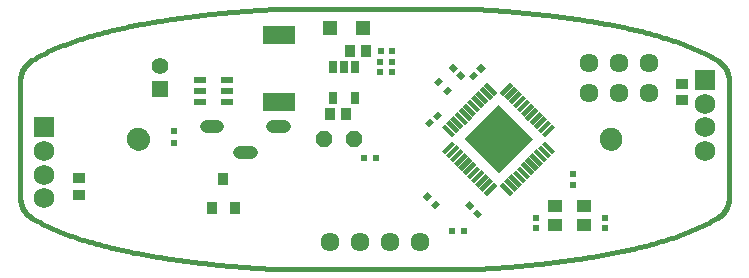
<source format=gbs>
G75*
%MOIN*%
%OFA0B0*%
%FSLAX25Y25*%
%IPPOS*%
%LPD*%
%AMOC8*
5,1,8,0,0,1.08239X$1,22.5*
%
%ADD10C,0.00000*%
%ADD11C,0.07487*%
%ADD12C,0.01575*%
%ADD13R,0.03550X0.04337*%
%ADD14R,0.05550X0.05550*%
%ADD15C,0.05550*%
%ADD16R,0.02565X0.04337*%
%ADD17R,0.05124X0.05124*%
%ADD18R,0.02369X0.01975*%
%ADD19R,0.01975X0.02369*%
%ADD20C,0.06337*%
%ADD21R,0.05124X0.04337*%
%ADD22R,0.04337X0.03550*%
%ADD23R,0.16148X0.16148*%
%ADD24R,0.04823X0.01575*%
%ADD25OC8,0.05600*%
%ADD26R,0.10636X0.05912*%
%ADD27C,0.04369*%
%ADD28R,0.04400X0.02400*%
%ADD29R,0.06900X0.06900*%
%ADD30C,0.06900*%
D10*
X0076997Y0064792D02*
X0076999Y0064910D01*
X0077005Y0065029D01*
X0077015Y0065147D01*
X0077029Y0065264D01*
X0077046Y0065381D01*
X0077068Y0065498D01*
X0077094Y0065613D01*
X0077123Y0065728D01*
X0077156Y0065842D01*
X0077193Y0065954D01*
X0077234Y0066065D01*
X0077278Y0066175D01*
X0077326Y0066283D01*
X0077378Y0066390D01*
X0077433Y0066495D01*
X0077492Y0066598D01*
X0077554Y0066698D01*
X0077619Y0066797D01*
X0077688Y0066894D01*
X0077759Y0066988D01*
X0077834Y0067079D01*
X0077912Y0067169D01*
X0077993Y0067255D01*
X0078077Y0067339D01*
X0078163Y0067420D01*
X0078253Y0067498D01*
X0078344Y0067573D01*
X0078438Y0067644D01*
X0078535Y0067713D01*
X0078634Y0067778D01*
X0078734Y0067840D01*
X0078837Y0067899D01*
X0078942Y0067954D01*
X0079049Y0068006D01*
X0079157Y0068054D01*
X0079267Y0068098D01*
X0079378Y0068139D01*
X0079490Y0068176D01*
X0079604Y0068209D01*
X0079719Y0068238D01*
X0079834Y0068264D01*
X0079951Y0068286D01*
X0080068Y0068303D01*
X0080185Y0068317D01*
X0080303Y0068327D01*
X0080422Y0068333D01*
X0080540Y0068335D01*
X0080658Y0068333D01*
X0080777Y0068327D01*
X0080895Y0068317D01*
X0081012Y0068303D01*
X0081129Y0068286D01*
X0081246Y0068264D01*
X0081361Y0068238D01*
X0081476Y0068209D01*
X0081590Y0068176D01*
X0081702Y0068139D01*
X0081813Y0068098D01*
X0081923Y0068054D01*
X0082031Y0068006D01*
X0082138Y0067954D01*
X0082243Y0067899D01*
X0082346Y0067840D01*
X0082446Y0067778D01*
X0082545Y0067713D01*
X0082642Y0067644D01*
X0082736Y0067573D01*
X0082827Y0067498D01*
X0082917Y0067420D01*
X0083003Y0067339D01*
X0083087Y0067255D01*
X0083168Y0067169D01*
X0083246Y0067079D01*
X0083321Y0066988D01*
X0083392Y0066894D01*
X0083461Y0066797D01*
X0083526Y0066698D01*
X0083588Y0066598D01*
X0083647Y0066495D01*
X0083702Y0066390D01*
X0083754Y0066283D01*
X0083802Y0066175D01*
X0083846Y0066065D01*
X0083887Y0065954D01*
X0083924Y0065842D01*
X0083957Y0065728D01*
X0083986Y0065613D01*
X0084012Y0065498D01*
X0084034Y0065381D01*
X0084051Y0065264D01*
X0084065Y0065147D01*
X0084075Y0065029D01*
X0084081Y0064910D01*
X0084083Y0064792D01*
X0084081Y0064674D01*
X0084075Y0064555D01*
X0084065Y0064437D01*
X0084051Y0064320D01*
X0084034Y0064203D01*
X0084012Y0064086D01*
X0083986Y0063971D01*
X0083957Y0063856D01*
X0083924Y0063742D01*
X0083887Y0063630D01*
X0083846Y0063519D01*
X0083802Y0063409D01*
X0083754Y0063301D01*
X0083702Y0063194D01*
X0083647Y0063089D01*
X0083588Y0062986D01*
X0083526Y0062886D01*
X0083461Y0062787D01*
X0083392Y0062690D01*
X0083321Y0062596D01*
X0083246Y0062505D01*
X0083168Y0062415D01*
X0083087Y0062329D01*
X0083003Y0062245D01*
X0082917Y0062164D01*
X0082827Y0062086D01*
X0082736Y0062011D01*
X0082642Y0061940D01*
X0082545Y0061871D01*
X0082446Y0061806D01*
X0082346Y0061744D01*
X0082243Y0061685D01*
X0082138Y0061630D01*
X0082031Y0061578D01*
X0081923Y0061530D01*
X0081813Y0061486D01*
X0081702Y0061445D01*
X0081590Y0061408D01*
X0081476Y0061375D01*
X0081361Y0061346D01*
X0081246Y0061320D01*
X0081129Y0061298D01*
X0081012Y0061281D01*
X0080895Y0061267D01*
X0080777Y0061257D01*
X0080658Y0061251D01*
X0080540Y0061249D01*
X0080422Y0061251D01*
X0080303Y0061257D01*
X0080185Y0061267D01*
X0080068Y0061281D01*
X0079951Y0061298D01*
X0079834Y0061320D01*
X0079719Y0061346D01*
X0079604Y0061375D01*
X0079490Y0061408D01*
X0079378Y0061445D01*
X0079267Y0061486D01*
X0079157Y0061530D01*
X0079049Y0061578D01*
X0078942Y0061630D01*
X0078837Y0061685D01*
X0078734Y0061744D01*
X0078634Y0061806D01*
X0078535Y0061871D01*
X0078438Y0061940D01*
X0078344Y0062011D01*
X0078253Y0062086D01*
X0078163Y0062164D01*
X0078077Y0062245D01*
X0077993Y0062329D01*
X0077912Y0062415D01*
X0077834Y0062505D01*
X0077759Y0062596D01*
X0077688Y0062690D01*
X0077619Y0062787D01*
X0077554Y0062886D01*
X0077492Y0062986D01*
X0077433Y0063089D01*
X0077378Y0063194D01*
X0077326Y0063301D01*
X0077278Y0063409D01*
X0077234Y0063519D01*
X0077193Y0063630D01*
X0077156Y0063742D01*
X0077123Y0063856D01*
X0077094Y0063971D01*
X0077068Y0064086D01*
X0077046Y0064203D01*
X0077029Y0064320D01*
X0077015Y0064437D01*
X0077005Y0064555D01*
X0076999Y0064674D01*
X0076997Y0064792D01*
X0234477Y0064792D02*
X0234479Y0064910D01*
X0234485Y0065029D01*
X0234495Y0065147D01*
X0234509Y0065264D01*
X0234526Y0065381D01*
X0234548Y0065498D01*
X0234574Y0065613D01*
X0234603Y0065728D01*
X0234636Y0065842D01*
X0234673Y0065954D01*
X0234714Y0066065D01*
X0234758Y0066175D01*
X0234806Y0066283D01*
X0234858Y0066390D01*
X0234913Y0066495D01*
X0234972Y0066598D01*
X0235034Y0066698D01*
X0235099Y0066797D01*
X0235168Y0066894D01*
X0235239Y0066988D01*
X0235314Y0067079D01*
X0235392Y0067169D01*
X0235473Y0067255D01*
X0235557Y0067339D01*
X0235643Y0067420D01*
X0235733Y0067498D01*
X0235824Y0067573D01*
X0235918Y0067644D01*
X0236015Y0067713D01*
X0236114Y0067778D01*
X0236214Y0067840D01*
X0236317Y0067899D01*
X0236422Y0067954D01*
X0236529Y0068006D01*
X0236637Y0068054D01*
X0236747Y0068098D01*
X0236858Y0068139D01*
X0236970Y0068176D01*
X0237084Y0068209D01*
X0237199Y0068238D01*
X0237314Y0068264D01*
X0237431Y0068286D01*
X0237548Y0068303D01*
X0237665Y0068317D01*
X0237783Y0068327D01*
X0237902Y0068333D01*
X0238020Y0068335D01*
X0238138Y0068333D01*
X0238257Y0068327D01*
X0238375Y0068317D01*
X0238492Y0068303D01*
X0238609Y0068286D01*
X0238726Y0068264D01*
X0238841Y0068238D01*
X0238956Y0068209D01*
X0239070Y0068176D01*
X0239182Y0068139D01*
X0239293Y0068098D01*
X0239403Y0068054D01*
X0239511Y0068006D01*
X0239618Y0067954D01*
X0239723Y0067899D01*
X0239826Y0067840D01*
X0239926Y0067778D01*
X0240025Y0067713D01*
X0240122Y0067644D01*
X0240216Y0067573D01*
X0240307Y0067498D01*
X0240397Y0067420D01*
X0240483Y0067339D01*
X0240567Y0067255D01*
X0240648Y0067169D01*
X0240726Y0067079D01*
X0240801Y0066988D01*
X0240872Y0066894D01*
X0240941Y0066797D01*
X0241006Y0066698D01*
X0241068Y0066598D01*
X0241127Y0066495D01*
X0241182Y0066390D01*
X0241234Y0066283D01*
X0241282Y0066175D01*
X0241326Y0066065D01*
X0241367Y0065954D01*
X0241404Y0065842D01*
X0241437Y0065728D01*
X0241466Y0065613D01*
X0241492Y0065498D01*
X0241514Y0065381D01*
X0241531Y0065264D01*
X0241545Y0065147D01*
X0241555Y0065029D01*
X0241561Y0064910D01*
X0241563Y0064792D01*
X0241561Y0064674D01*
X0241555Y0064555D01*
X0241545Y0064437D01*
X0241531Y0064320D01*
X0241514Y0064203D01*
X0241492Y0064086D01*
X0241466Y0063971D01*
X0241437Y0063856D01*
X0241404Y0063742D01*
X0241367Y0063630D01*
X0241326Y0063519D01*
X0241282Y0063409D01*
X0241234Y0063301D01*
X0241182Y0063194D01*
X0241127Y0063089D01*
X0241068Y0062986D01*
X0241006Y0062886D01*
X0240941Y0062787D01*
X0240872Y0062690D01*
X0240801Y0062596D01*
X0240726Y0062505D01*
X0240648Y0062415D01*
X0240567Y0062329D01*
X0240483Y0062245D01*
X0240397Y0062164D01*
X0240307Y0062086D01*
X0240216Y0062011D01*
X0240122Y0061940D01*
X0240025Y0061871D01*
X0239926Y0061806D01*
X0239826Y0061744D01*
X0239723Y0061685D01*
X0239618Y0061630D01*
X0239511Y0061578D01*
X0239403Y0061530D01*
X0239293Y0061486D01*
X0239182Y0061445D01*
X0239070Y0061408D01*
X0238956Y0061375D01*
X0238841Y0061346D01*
X0238726Y0061320D01*
X0238609Y0061298D01*
X0238492Y0061281D01*
X0238375Y0061267D01*
X0238257Y0061257D01*
X0238138Y0061251D01*
X0238020Y0061249D01*
X0237902Y0061251D01*
X0237783Y0061257D01*
X0237665Y0061267D01*
X0237548Y0061281D01*
X0237431Y0061298D01*
X0237314Y0061320D01*
X0237199Y0061346D01*
X0237084Y0061375D01*
X0236970Y0061408D01*
X0236858Y0061445D01*
X0236747Y0061486D01*
X0236637Y0061530D01*
X0236529Y0061578D01*
X0236422Y0061630D01*
X0236317Y0061685D01*
X0236214Y0061744D01*
X0236114Y0061806D01*
X0236015Y0061871D01*
X0235918Y0061940D01*
X0235824Y0062011D01*
X0235733Y0062086D01*
X0235643Y0062164D01*
X0235557Y0062245D01*
X0235473Y0062329D01*
X0235392Y0062415D01*
X0235314Y0062505D01*
X0235239Y0062596D01*
X0235168Y0062690D01*
X0235099Y0062787D01*
X0235034Y0062886D01*
X0234972Y0062986D01*
X0234913Y0063089D01*
X0234858Y0063194D01*
X0234806Y0063301D01*
X0234758Y0063409D01*
X0234714Y0063519D01*
X0234673Y0063630D01*
X0234636Y0063742D01*
X0234603Y0063856D01*
X0234574Y0063971D01*
X0234548Y0064086D01*
X0234526Y0064203D01*
X0234509Y0064320D01*
X0234495Y0064437D01*
X0234485Y0064555D01*
X0234479Y0064674D01*
X0234477Y0064792D01*
D11*
X0238020Y0064792D03*
X0080540Y0064792D03*
D12*
X0062538Y0031061D02*
X0061736Y0031312D01*
X0060935Y0031569D01*
X0060137Y0031832D01*
X0059340Y0032101D01*
X0058545Y0032375D01*
X0057752Y0032656D01*
X0056961Y0032944D01*
X0056172Y0033239D01*
X0055385Y0033541D01*
X0054601Y0033850D01*
X0053819Y0034167D01*
X0053040Y0034493D01*
X0052263Y0034827D01*
X0051489Y0035170D01*
X0050718Y0035522D01*
X0049949Y0035884D01*
X0049184Y0036257D01*
X0048423Y0036640D01*
X0047668Y0037034D01*
X0046918Y0037439D01*
X0046176Y0037856D01*
X0045441Y0038285D01*
X0044928Y0038595D01*
X0044906Y0038608D01*
X0044884Y0038622D01*
X0044862Y0038635D01*
X0044841Y0038649D01*
X0044819Y0038662D01*
X0044798Y0038676D01*
X0044776Y0038690D01*
X0044754Y0038704D01*
X0044733Y0038718D01*
X0044711Y0038732D01*
X0044690Y0038746D01*
X0044668Y0038761D01*
X0044647Y0038775D01*
X0044626Y0038790D01*
X0044604Y0038804D01*
X0044583Y0038819D01*
X0044562Y0038833D01*
X0044540Y0038848D01*
X0044519Y0038863D01*
X0044498Y0038878D01*
X0044477Y0038893D01*
X0044456Y0038908D01*
X0044435Y0038923D01*
X0044414Y0038938D01*
X0044393Y0038954D01*
X0044372Y0038969D01*
X0044351Y0038985D01*
X0044330Y0039000D01*
X0044309Y0039016D01*
X0044288Y0039032D01*
X0044267Y0039047D01*
X0044247Y0039063D01*
X0044226Y0039079D01*
X0044205Y0039095D01*
X0044185Y0039111D01*
X0044164Y0039128D01*
X0044143Y0039144D01*
X0044123Y0039160D01*
X0044102Y0039177D01*
X0044082Y0039193D01*
X0044062Y0039210D01*
X0044041Y0039227D01*
X0044021Y0039243D01*
X0044001Y0039260D01*
X0043980Y0039277D01*
X0043960Y0039294D01*
X0043940Y0039311D01*
X0043920Y0039328D01*
X0043900Y0039346D01*
X0043880Y0039363D01*
X0043860Y0039380D01*
X0043840Y0039398D01*
X0043820Y0039415D01*
X0043800Y0039433D01*
X0043781Y0039451D01*
X0043761Y0039468D01*
X0043741Y0039486D01*
X0043722Y0039504D01*
X0043702Y0039522D01*
X0043683Y0039540D01*
X0043663Y0039558D01*
X0043644Y0039577D01*
X0043624Y0039595D01*
X0043605Y0039613D01*
X0043586Y0039632D01*
X0043567Y0039650D01*
X0043548Y0039669D01*
X0043529Y0039688D01*
X0043509Y0039706D01*
X0043491Y0039725D01*
X0043472Y0039744D01*
X0043453Y0039763D01*
X0043434Y0039782D01*
X0043415Y0039801D01*
X0043396Y0039820D01*
X0043378Y0039840D01*
X0043359Y0039859D01*
X0043341Y0039878D01*
X0043322Y0039898D01*
X0043304Y0039917D01*
X0043285Y0039937D01*
X0043267Y0039957D01*
X0043249Y0039976D01*
X0043231Y0039996D01*
X0043213Y0040016D01*
X0043195Y0040036D01*
X0043177Y0040056D01*
X0043159Y0040076D01*
X0043141Y0040096D01*
X0043123Y0040117D01*
X0043105Y0040137D01*
X0043088Y0040157D01*
X0043070Y0040178D01*
X0043052Y0040198D01*
X0043035Y0040219D01*
X0043018Y0040239D01*
X0043000Y0040260D01*
X0042983Y0040281D01*
X0042966Y0040302D01*
X0042949Y0040323D01*
X0042931Y0040344D01*
X0042914Y0040365D01*
X0042898Y0040386D01*
X0042881Y0040407D01*
X0042864Y0040428D01*
X0042847Y0040449D01*
X0042830Y0040471D01*
X0042814Y0040492D01*
X0042797Y0040514D01*
X0042781Y0040535D01*
X0042764Y0040557D01*
X0042748Y0040578D01*
X0042732Y0040600D01*
X0042716Y0040622D01*
X0042699Y0040644D01*
X0042683Y0040666D01*
X0042667Y0040688D01*
X0042652Y0040710D01*
X0042636Y0040732D01*
X0042620Y0040754D01*
X0042604Y0040776D01*
X0042589Y0040798D01*
X0042573Y0040821D01*
X0042558Y0040843D01*
X0042542Y0040865D01*
X0042527Y0040888D01*
X0042512Y0040911D01*
X0042497Y0040933D01*
X0042482Y0040956D01*
X0042467Y0040979D01*
X0042452Y0041001D01*
X0042437Y0041024D01*
X0042422Y0041047D01*
X0042407Y0041070D01*
X0042393Y0041093D01*
X0042378Y0041116D01*
X0042364Y0041139D01*
X0042349Y0041162D01*
X0042335Y0041185D01*
X0042321Y0041208D01*
X0042307Y0041232D01*
X0042293Y0041255D01*
X0042279Y0041279D01*
X0042265Y0041302D01*
X0042251Y0041325D01*
X0042237Y0041349D01*
X0042224Y0041373D01*
X0042210Y0041396D01*
X0042196Y0041420D01*
X0042183Y0041444D01*
X0042170Y0041467D01*
X0042156Y0041491D01*
X0042143Y0041515D01*
X0042130Y0041539D01*
X0042117Y0041563D01*
X0042104Y0041587D01*
X0042091Y0041611D01*
X0042079Y0041635D01*
X0042066Y0041659D01*
X0042053Y0041683D01*
X0042041Y0041707D01*
X0042029Y0041732D01*
X0042016Y0041756D01*
X0042004Y0041780D01*
X0041992Y0041805D01*
X0041980Y0041829D01*
X0041968Y0041854D01*
X0041956Y0041878D01*
X0041944Y0041903D01*
X0041932Y0041927D01*
X0041921Y0041952D01*
X0041909Y0041976D01*
X0041898Y0042001D01*
X0041886Y0042026D01*
X0041875Y0042051D01*
X0041864Y0042075D01*
X0041853Y0042100D01*
X0041842Y0042125D01*
X0041831Y0042150D01*
X0041820Y0042175D01*
X0041809Y0042200D01*
X0041798Y0042225D01*
X0041788Y0042250D01*
X0041777Y0042275D01*
X0041767Y0042300D01*
X0041757Y0042325D01*
X0041746Y0042350D01*
X0041736Y0042375D01*
X0041726Y0042401D01*
X0041716Y0042426D01*
X0041706Y0042451D01*
X0041696Y0042476D01*
X0041687Y0042502D01*
X0041677Y0042527D01*
X0041668Y0042552D01*
X0041658Y0042578D01*
X0041649Y0042603D01*
X0041640Y0042629D01*
X0041630Y0042654D01*
X0041621Y0042680D01*
X0041612Y0042705D01*
X0041604Y0042731D01*
X0041595Y0042756D01*
X0041586Y0042782D01*
X0041577Y0042807D01*
X0041569Y0042833D01*
X0041560Y0042859D01*
X0041552Y0042884D01*
X0041544Y0042910D01*
X0041536Y0042936D01*
X0041528Y0042961D01*
X0041520Y0042987D01*
X0041512Y0043013D01*
X0041504Y0043039D01*
X0041496Y0043065D01*
X0041489Y0043090D01*
X0041481Y0043116D01*
X0041474Y0043142D01*
X0041466Y0043168D01*
X0041459Y0043194D01*
X0041452Y0043220D01*
X0041445Y0043245D01*
X0041438Y0043271D01*
X0041431Y0043297D01*
X0041424Y0043323D01*
X0041417Y0043349D01*
X0041411Y0043375D01*
X0041404Y0043401D01*
X0041398Y0043427D01*
X0041391Y0043453D01*
X0041385Y0043479D01*
X0041379Y0043505D01*
X0041373Y0043531D01*
X0041367Y0043557D01*
X0041361Y0043583D01*
X0041355Y0043609D01*
X0041350Y0043635D01*
X0041344Y0043661D01*
X0041338Y0043687D01*
X0041333Y0043714D01*
X0041328Y0043740D01*
X0041322Y0043766D01*
X0041317Y0043792D01*
X0041312Y0043818D01*
X0041307Y0043844D01*
X0041302Y0043870D01*
X0041298Y0043896D01*
X0041293Y0043922D01*
X0041288Y0043948D01*
X0041284Y0043974D01*
X0041279Y0044000D01*
X0041275Y0044027D01*
X0041271Y0044053D01*
X0041266Y0044079D01*
X0041262Y0044105D01*
X0041258Y0044131D01*
X0041255Y0044157D01*
X0041251Y0044183D01*
X0041247Y0044209D01*
X0041243Y0044235D01*
X0041240Y0044261D01*
X0041236Y0044287D01*
X0041233Y0044313D01*
X0041230Y0044339D01*
X0041227Y0044365D01*
X0041223Y0044391D01*
X0041220Y0044418D01*
X0041218Y0044444D01*
X0041215Y0044469D01*
X0041212Y0044495D01*
X0041209Y0044521D01*
X0041207Y0044547D01*
X0041204Y0044573D01*
X0041202Y0044599D01*
X0041200Y0044625D01*
X0041197Y0044651D01*
X0041195Y0044677D01*
X0041193Y0044703D01*
X0041191Y0044729D01*
X0041189Y0044755D01*
X0041188Y0044781D01*
X0041186Y0044807D01*
X0041184Y0044832D01*
X0041183Y0044858D01*
X0041181Y0044884D01*
X0041180Y0044910D01*
X0041179Y0044936D01*
X0041178Y0044962D01*
X0041177Y0044987D01*
X0041176Y0045013D01*
X0041175Y0045039D01*
X0041174Y0045065D01*
X0041173Y0045090D01*
X0041172Y0045116D01*
X0041172Y0045142D01*
X0041171Y0045167D01*
X0041171Y0045193D01*
X0041171Y0045218D01*
X0041170Y0045244D01*
X0041170Y0045269D01*
X0041170Y0045295D01*
X0041170Y0084290D01*
X0041170Y0084315D01*
X0041170Y0084341D01*
X0041170Y0084366D01*
X0041171Y0084392D01*
X0041171Y0084418D01*
X0041172Y0084443D01*
X0041172Y0084469D01*
X0041173Y0084494D01*
X0041174Y0084520D01*
X0041174Y0084546D01*
X0041175Y0084572D01*
X0041176Y0084597D01*
X0041177Y0084623D01*
X0041178Y0084649D01*
X0041180Y0084675D01*
X0041181Y0084701D01*
X0041182Y0084726D01*
X0041184Y0084752D01*
X0041185Y0084778D01*
X0041187Y0084804D01*
X0041189Y0084830D01*
X0041191Y0084856D01*
X0041193Y0084881D01*
X0041195Y0084907D01*
X0041197Y0084933D01*
X0041199Y0084959D01*
X0041201Y0084985D01*
X0041204Y0085011D01*
X0041206Y0085037D01*
X0041209Y0085063D01*
X0041211Y0085089D01*
X0041214Y0085115D01*
X0041217Y0085141D01*
X0041220Y0085167D01*
X0041223Y0085193D01*
X0041226Y0085219D01*
X0041229Y0085245D01*
X0041232Y0085271D01*
X0041235Y0085297D01*
X0041239Y0085323D01*
X0041242Y0085350D01*
X0041246Y0085376D01*
X0041250Y0085402D01*
X0041253Y0085428D01*
X0041257Y0085454D01*
X0041261Y0085480D01*
X0041265Y0085506D01*
X0041269Y0085532D01*
X0041274Y0085558D01*
X0041278Y0085584D01*
X0041282Y0085610D01*
X0041287Y0085636D01*
X0041291Y0085663D01*
X0041296Y0085689D01*
X0041301Y0085715D01*
X0041306Y0085741D01*
X0041311Y0085767D01*
X0041316Y0085793D01*
X0041321Y0085819D01*
X0041326Y0085845D01*
X0041331Y0085871D01*
X0041337Y0085897D01*
X0041342Y0085923D01*
X0041348Y0085949D01*
X0041353Y0085975D01*
X0041359Y0086001D01*
X0041365Y0086027D01*
X0041371Y0086054D01*
X0041377Y0086080D01*
X0041383Y0086106D01*
X0041389Y0086131D01*
X0041396Y0086157D01*
X0041402Y0086183D01*
X0041409Y0086209D01*
X0041415Y0086235D01*
X0041422Y0086261D01*
X0041429Y0086287D01*
X0041436Y0086313D01*
X0041443Y0086339D01*
X0041450Y0086365D01*
X0041457Y0086391D01*
X0041464Y0086417D01*
X0041471Y0086443D01*
X0041479Y0086469D01*
X0041486Y0086494D01*
X0041494Y0086520D01*
X0041501Y0086546D01*
X0041509Y0086572D01*
X0041517Y0086598D01*
X0041525Y0086623D01*
X0041533Y0086649D01*
X0041541Y0086675D01*
X0041549Y0086700D01*
X0041558Y0086726D01*
X0041566Y0086752D01*
X0041575Y0086777D01*
X0041583Y0086803D01*
X0041592Y0086829D01*
X0041601Y0086854D01*
X0041610Y0086880D01*
X0041619Y0086905D01*
X0041628Y0086931D01*
X0041637Y0086956D01*
X0041646Y0086982D01*
X0041655Y0087007D01*
X0041665Y0087032D01*
X0041674Y0087058D01*
X0041684Y0087083D01*
X0041693Y0087108D01*
X0041703Y0087134D01*
X0041713Y0087159D01*
X0041723Y0087184D01*
X0041733Y0087209D01*
X0041743Y0087235D01*
X0041753Y0087260D01*
X0041764Y0087285D01*
X0041774Y0087310D01*
X0041784Y0087335D01*
X0041795Y0087360D01*
X0041806Y0087385D01*
X0041816Y0087410D01*
X0041827Y0087435D01*
X0041838Y0087460D01*
X0041849Y0087485D01*
X0041860Y0087510D01*
X0041871Y0087534D01*
X0041883Y0087559D01*
X0041894Y0087584D01*
X0041906Y0087609D01*
X0041917Y0087633D01*
X0041929Y0087658D01*
X0041940Y0087682D01*
X0041952Y0087707D01*
X0041964Y0087731D01*
X0041976Y0087756D01*
X0041988Y0087781D01*
X0042000Y0087805D01*
X0042012Y0087829D01*
X0042025Y0087854D01*
X0042037Y0087878D01*
X0042050Y0087902D01*
X0042062Y0087926D01*
X0042075Y0087950D01*
X0042087Y0087974D01*
X0042100Y0087998D01*
X0042113Y0088022D01*
X0042126Y0088046D01*
X0042139Y0088070D01*
X0042152Y0088094D01*
X0042166Y0088118D01*
X0042179Y0088142D01*
X0042192Y0088166D01*
X0042206Y0088189D01*
X0042219Y0088213D01*
X0042233Y0088236D01*
X0042247Y0088260D01*
X0042260Y0088283D01*
X0042274Y0088307D01*
X0042288Y0088330D01*
X0042302Y0088354D01*
X0042316Y0088377D01*
X0042331Y0088400D01*
X0042345Y0088423D01*
X0042359Y0088447D01*
X0042374Y0088470D01*
X0042388Y0088493D01*
X0042403Y0088516D01*
X0042417Y0088539D01*
X0042432Y0088562D01*
X0042447Y0088584D01*
X0042462Y0088607D01*
X0042477Y0088630D01*
X0042492Y0088653D01*
X0042507Y0088675D01*
X0042522Y0088698D01*
X0042538Y0088720D01*
X0042553Y0088743D01*
X0042568Y0088765D01*
X0042584Y0088787D01*
X0042599Y0088810D01*
X0042615Y0088832D01*
X0042631Y0088854D01*
X0042647Y0088876D01*
X0042662Y0088898D01*
X0042678Y0088920D01*
X0042694Y0088942D01*
X0042711Y0088964D01*
X0042727Y0088986D01*
X0042743Y0089008D01*
X0042759Y0089029D01*
X0042776Y0089051D01*
X0042792Y0089072D01*
X0042809Y0089094D01*
X0042825Y0089115D01*
X0042842Y0089137D01*
X0042859Y0089158D01*
X0042875Y0089179D01*
X0042892Y0089201D01*
X0042909Y0089222D01*
X0042926Y0089243D01*
X0042943Y0089264D01*
X0042960Y0089285D01*
X0042978Y0089306D01*
X0042995Y0089326D01*
X0043012Y0089347D01*
X0043030Y0089368D01*
X0043047Y0089388D01*
X0043064Y0089409D01*
X0043082Y0089429D01*
X0043100Y0089450D01*
X0043117Y0089470D01*
X0043135Y0089490D01*
X0043153Y0089510D01*
X0043171Y0089531D01*
X0043189Y0089551D01*
X0043207Y0089570D01*
X0043225Y0089591D01*
X0043243Y0089610D01*
X0043261Y0089630D01*
X0043280Y0089650D01*
X0043298Y0089669D01*
X0043316Y0089689D01*
X0043335Y0089708D01*
X0043353Y0089728D01*
X0043372Y0089747D01*
X0043391Y0089767D01*
X0043409Y0089786D01*
X0043428Y0089805D01*
X0043447Y0089824D01*
X0043466Y0089843D01*
X0043485Y0089862D01*
X0043504Y0089881D01*
X0043523Y0089899D01*
X0043542Y0089918D01*
X0043561Y0089937D01*
X0043580Y0089955D01*
X0043599Y0089974D01*
X0043618Y0089992D01*
X0043638Y0090010D01*
X0043657Y0090029D01*
X0043677Y0090047D01*
X0043696Y0090065D01*
X0043716Y0090083D01*
X0043735Y0090101D01*
X0043755Y0090119D01*
X0043775Y0090137D01*
X0043814Y0090172D01*
X0043854Y0090207D01*
X0043874Y0090224D01*
X0043914Y0090259D01*
X0043954Y0090293D01*
X0043974Y0090310D01*
X0043994Y0090327D01*
X0044014Y0090344D01*
X0044035Y0090361D01*
X0044055Y0090378D01*
X0044076Y0090394D01*
X0044096Y0090411D01*
X0044116Y0090427D01*
X0044137Y0090444D01*
X0044157Y0090460D01*
X0044178Y0090476D01*
X0044199Y0090493D01*
X0044219Y0090508D01*
X0044240Y0090524D01*
X0044261Y0090540D01*
X0044282Y0090556D01*
X0044323Y0090588D01*
X0044344Y0090603D01*
X0044365Y0090619D01*
X0044407Y0090650D01*
X0044428Y0090665D01*
X0044449Y0090680D01*
X0044470Y0090695D01*
X0044491Y0090710D01*
X0044513Y0090725D01*
X0044534Y0090740D01*
X0044555Y0090755D01*
X0044576Y0090769D01*
X0044598Y0090784D01*
X0044619Y0090799D01*
X0044640Y0090813D01*
X0044662Y0090828D01*
X0044683Y0090842D01*
X0044705Y0090856D01*
X0044726Y0090870D01*
X0044748Y0090884D01*
X0044769Y0090898D01*
X0044791Y0090912D01*
X0044812Y0090926D01*
X0044834Y0090940D01*
X0044856Y0090953D01*
X0044877Y0090967D01*
X0044899Y0090981D01*
X0044921Y0090994D01*
X0045239Y0091187D01*
X0045979Y0091624D01*
X0046726Y0092047D01*
X0047479Y0092459D01*
X0048239Y0092858D01*
X0049004Y0093246D01*
X0049774Y0093624D01*
X0050549Y0093992D01*
X0051329Y0094350D01*
X0052113Y0094699D01*
X0052902Y0095040D01*
X0053694Y0095373D01*
X0054490Y0095697D01*
X0055289Y0096013D01*
X0056091Y0096322D01*
X0056895Y0096623D01*
X0057702Y0096917D01*
X0058510Y0097204D01*
X0059320Y0097484D01*
X0060132Y0097757D01*
X0060945Y0098025D01*
X0061760Y0098287D01*
X0062578Y0098542D01*
X0063396Y0098792D01*
X0064217Y0099037D01*
X0065038Y0099276D01*
X0065862Y0099510D01*
X0066686Y0099740D01*
X0067513Y0099964D01*
X0068341Y0100184D01*
X0069170Y0100400D01*
X0070000Y0100611D01*
X0070832Y0100818D01*
X0071665Y0101020D01*
X0072500Y0101219D01*
X0073335Y0101413D01*
X0074171Y0101604D01*
X0075008Y0101790D01*
X0075846Y0101973D01*
X0076685Y0102152D01*
X0077524Y0102327D01*
X0078364Y0102499D01*
X0079204Y0102668D01*
X0080045Y0102832D01*
X0080886Y0102994D01*
X0081728Y0103153D01*
X0082570Y0103308D01*
X0083412Y0103460D01*
X0084254Y0103610D01*
X0085096Y0103756D01*
X0085939Y0103899D01*
X0086782Y0104040D01*
X0087625Y0104178D01*
X0088469Y0104313D01*
X0089313Y0104445D01*
X0090156Y0104574D01*
X0091001Y0104701D01*
X0091845Y0104826D01*
X0092690Y0104947D01*
X0093534Y0105067D01*
X0094379Y0105184D01*
X0095224Y0105298D01*
X0096070Y0105411D01*
X0096915Y0105521D01*
X0097761Y0105629D01*
X0098607Y0105734D01*
X0099453Y0105838D01*
X0100299Y0105940D01*
X0101146Y0106039D01*
X0101992Y0106137D01*
X0102839Y0106232D01*
X0103686Y0106326D01*
X0104533Y0106417D01*
X0105380Y0106507D01*
X0106228Y0106595D01*
X0107075Y0106680D01*
X0107923Y0106764D01*
X0108771Y0106846D01*
X0109619Y0106927D01*
X0110467Y0107005D01*
X0111316Y0107082D01*
X0112164Y0107156D01*
X0113013Y0107230D01*
X0113861Y0107301D01*
X0114710Y0107371D01*
X0115559Y0107439D01*
X0116409Y0107505D01*
X0117258Y0107570D01*
X0118107Y0107633D01*
X0118957Y0107695D01*
X0119807Y0107755D01*
X0120657Y0107813D01*
X0121507Y0107870D01*
X0122357Y0107925D01*
X0123207Y0107979D01*
X0124057Y0108032D01*
X0124908Y0108083D01*
X0124974Y0108087D01*
X0125027Y0108090D01*
X0125054Y0108091D01*
X0125107Y0108093D01*
X0125134Y0108094D01*
X0125187Y0108096D01*
X0125214Y0108097D01*
X0125267Y0108098D01*
X0125294Y0108098D01*
X0125320Y0108099D01*
X0125347Y0108099D01*
X0125374Y0108099D01*
X0125400Y0108099D01*
X0193173Y0108099D01*
X0193200Y0108099D01*
X0193227Y0108099D01*
X0193280Y0108098D01*
X0193307Y0108097D01*
X0193333Y0108097D01*
X0193360Y0108096D01*
X0193413Y0108095D01*
X0193440Y0108094D01*
X0193467Y0108093D01*
X0193493Y0108092D01*
X0193520Y0108090D01*
X0193546Y0108089D01*
X0193573Y0108087D01*
X0193600Y0108086D01*
X0194103Y0108056D01*
X0194943Y0108005D01*
X0195782Y0107952D01*
X0196621Y0107897D01*
X0197461Y0107842D01*
X0198300Y0107785D01*
X0199139Y0107726D01*
X0199978Y0107666D01*
X0200817Y0107605D01*
X0201656Y0107541D01*
X0202495Y0107477D01*
X0203333Y0107410D01*
X0204172Y0107342D01*
X0205010Y0107273D01*
X0205848Y0107201D01*
X0206686Y0107129D01*
X0207524Y0107054D01*
X0208362Y0106977D01*
X0209200Y0106899D01*
X0210037Y0106819D01*
X0210875Y0106738D01*
X0211712Y0106654D01*
X0212549Y0106569D01*
X0213386Y0106481D01*
X0214223Y0106393D01*
X0215059Y0106301D01*
X0215896Y0106208D01*
X0216732Y0106114D01*
X0217569Y0106017D01*
X0218405Y0105918D01*
X0219241Y0105817D01*
X0220076Y0105714D01*
X0220912Y0105609D01*
X0221747Y0105502D01*
X0222583Y0105393D01*
X0223418Y0105281D01*
X0224253Y0105168D01*
X0225088Y0105052D01*
X0225923Y0104933D01*
X0226757Y0104813D01*
X0227592Y0104689D01*
X0228426Y0104564D01*
X0229260Y0104435D01*
X0230094Y0104305D01*
X0230927Y0104171D01*
X0231761Y0104035D01*
X0232594Y0103896D01*
X0233426Y0103755D01*
X0234259Y0103610D01*
X0235091Y0103462D01*
X0235923Y0103312D01*
X0236754Y0103159D01*
X0237585Y0103002D01*
X0238416Y0102843D01*
X0239245Y0102680D01*
X0240074Y0102515D01*
X0240900Y0102346D01*
X0241727Y0102173D01*
X0242552Y0101998D01*
X0243377Y0101819D01*
X0244200Y0101636D01*
X0245022Y0101450D01*
X0245843Y0101259D01*
X0246662Y0101065D01*
X0247481Y0100868D01*
X0248298Y0100665D01*
X0249115Y0100459D01*
X0249930Y0100249D01*
X0250743Y0100034D01*
X0251556Y0099815D01*
X0252365Y0099591D01*
X0253174Y0099363D01*
X0253983Y0099130D01*
X0254788Y0098892D01*
X0255593Y0098649D01*
X0256396Y0098401D01*
X0257198Y0098146D01*
X0257997Y0097887D01*
X0258796Y0097621D01*
X0259591Y0097350D01*
X0260385Y0097072D01*
X0261178Y0096788D01*
X0261967Y0096497D01*
X0262755Y0096199D01*
X0263540Y0095893D01*
X0264324Y0095580D01*
X0265105Y0095259D01*
X0265883Y0094930D01*
X0266658Y0094591D01*
X0267430Y0094244D01*
X0268200Y0093887D01*
X0268967Y0093520D01*
X0269731Y0093143D01*
X0270489Y0092754D01*
X0271243Y0092355D01*
X0271989Y0091944D01*
X0272727Y0091522D01*
X0273459Y0091087D01*
X0273644Y0090974D01*
X0273688Y0090947D01*
X0273709Y0090934D01*
X0273774Y0090893D01*
X0273839Y0090851D01*
X0273859Y0090836D01*
X0273881Y0090822D01*
X0273924Y0090794D01*
X0273989Y0090750D01*
X0274009Y0090735D01*
X0274030Y0090720D01*
X0274074Y0090690D01*
X0274095Y0090675D01*
X0274115Y0090660D01*
X0274137Y0090645D01*
X0274158Y0090630D01*
X0274178Y0090614D01*
X0274221Y0090583D01*
X0274241Y0090568D01*
X0274263Y0090552D01*
X0274282Y0090536D01*
X0274304Y0090520D01*
X0274324Y0090504D01*
X0274345Y0090488D01*
X0274365Y0090472D01*
X0274387Y0090456D01*
X0274406Y0090440D01*
X0274428Y0090424D01*
X0274448Y0090407D01*
X0274469Y0090391D01*
X0274489Y0090374D01*
X0274509Y0090357D01*
X0274530Y0090341D01*
X0274550Y0090324D01*
X0274589Y0090290D01*
X0274611Y0090273D01*
X0274650Y0090239D01*
X0274690Y0090204D01*
X0274711Y0090187D01*
X0274731Y0090169D01*
X0274751Y0090152D01*
X0274770Y0090134D01*
X0274790Y0090116D01*
X0274810Y0090098D01*
X0274849Y0090063D01*
X0274889Y0090026D01*
X0274906Y0090008D01*
X0274946Y0089972D01*
X0274965Y0089953D01*
X0274985Y0089935D01*
X0275003Y0089916D01*
X0275022Y0089898D01*
X0275042Y0089879D01*
X0275060Y0089860D01*
X0275099Y0089822D01*
X0275117Y0089803D01*
X0275137Y0089784D01*
X0275154Y0089765D01*
X0275174Y0089746D01*
X0275192Y0089727D01*
X0275211Y0089707D01*
X0275247Y0089668D01*
X0275267Y0089649D01*
X0275284Y0089629D01*
X0275302Y0089609D01*
X0275322Y0089590D01*
X0275357Y0089550D01*
X0275410Y0089490D01*
X0275463Y0089429D01*
X0275517Y0089367D01*
X0275570Y0089305D01*
X0275585Y0089284D01*
X0275621Y0089243D01*
X0275639Y0089222D01*
X0275654Y0089201D01*
X0275672Y0089180D01*
X0275688Y0089158D01*
X0275706Y0089137D01*
X0275721Y0089116D01*
X0275739Y0089094D01*
X0275755Y0089073D01*
X0275772Y0089051D01*
X0275788Y0089030D01*
X0275804Y0089008D01*
X0275822Y0088986D01*
X0275837Y0088965D01*
X0275869Y0088921D01*
X0275885Y0088899D01*
X0275900Y0088877D01*
X0275916Y0088855D01*
X0275932Y0088833D01*
X0275948Y0088811D01*
X0275979Y0088766D01*
X0276042Y0088677D01*
X0276056Y0088654D01*
X0276087Y0088609D01*
X0276101Y0088586D01*
X0276117Y0088563D01*
X0276131Y0088540D01*
X0276146Y0088517D01*
X0276160Y0088494D01*
X0276176Y0088471D01*
X0276190Y0088448D01*
X0276204Y0088425D01*
X0276219Y0088402D01*
X0276247Y0088356D01*
X0276274Y0088309D01*
X0276288Y0088286D01*
X0276302Y0088262D01*
X0276316Y0088239D01*
X0276371Y0088144D01*
X0276398Y0088096D01*
X0276410Y0088073D01*
X0276424Y0088049D01*
X0276438Y0088025D01*
X0276450Y0088001D01*
X0276463Y0087977D01*
X0276475Y0087953D01*
X0276489Y0087929D01*
X0276513Y0087880D01*
X0276526Y0087856D01*
X0276538Y0087832D01*
X0276550Y0087807D01*
X0276562Y0087783D01*
X0276576Y0087759D01*
X0276587Y0087734D01*
X0276599Y0087710D01*
X0276611Y0087685D01*
X0276646Y0087612D01*
X0276656Y0087587D01*
X0276668Y0087562D01*
X0276680Y0087538D01*
X0276692Y0087513D01*
X0276702Y0087488D01*
X0276713Y0087463D01*
X0276725Y0087438D01*
X0276735Y0087413D01*
X0276747Y0087388D01*
X0276757Y0087363D01*
X0276769Y0087338D01*
X0276788Y0087288D01*
X0276798Y0087263D01*
X0276810Y0087238D01*
X0276839Y0087163D01*
X0276849Y0087137D01*
X0276869Y0087087D01*
X0276898Y0087011D01*
X0276906Y0086985D01*
X0276926Y0086934D01*
X0276934Y0086909D01*
X0276944Y0086883D01*
X0276954Y0086858D01*
X0276961Y0086832D01*
X0276971Y0086807D01*
X0276987Y0086756D01*
X0276997Y0086730D01*
X0277005Y0086704D01*
X0277013Y0086679D01*
X0277020Y0086653D01*
X0277028Y0086627D01*
X0277091Y0086421D01*
X0277097Y0086395D01*
X0277105Y0086369D01*
X0277113Y0086343D01*
X0277119Y0086317D01*
X0277127Y0086291D01*
X0277133Y0086265D01*
X0277141Y0086239D01*
X0277146Y0086214D01*
X0277152Y0086188D01*
X0277160Y0086162D01*
X0277178Y0086084D01*
X0277184Y0086057D01*
X0277202Y0085980D01*
X0277207Y0085953D01*
X0277219Y0085901D01*
X0277225Y0085875D01*
X0277231Y0085849D01*
X0277235Y0085823D01*
X0277247Y0085771D01*
X0277251Y0085745D01*
X0277257Y0085719D01*
X0277261Y0085693D01*
X0277265Y0085667D01*
X0277270Y0085641D01*
X0277274Y0085615D01*
X0277278Y0085588D01*
X0277284Y0085562D01*
X0277288Y0085536D01*
X0277292Y0085510D01*
X0277296Y0085484D01*
X0277300Y0085458D01*
X0277304Y0085432D01*
X0277308Y0085406D01*
X0277316Y0085354D01*
X0277320Y0085328D01*
X0277322Y0085302D01*
X0277326Y0085275D01*
X0277330Y0085249D01*
X0277331Y0085223D01*
X0277335Y0085197D01*
X0277339Y0085171D01*
X0277341Y0085145D01*
X0277345Y0085119D01*
X0277349Y0085067D01*
X0277353Y0085041D01*
X0277359Y0084963D01*
X0277363Y0084937D01*
X0277365Y0084911D01*
X0277367Y0084886D01*
X0277369Y0084860D01*
X0277371Y0084834D01*
X0277373Y0084808D01*
X0277373Y0084782D01*
X0277375Y0084756D01*
X0277381Y0084679D01*
X0277381Y0084653D01*
X0277383Y0084627D01*
X0277383Y0084601D01*
X0277385Y0084576D01*
X0277385Y0084550D01*
X0277387Y0084524D01*
X0277387Y0084498D01*
X0277389Y0084473D01*
X0277389Y0084396D01*
X0277391Y0084370D01*
X0277391Y0045188D01*
X0277389Y0045162D01*
X0277389Y0045111D01*
X0277387Y0045085D01*
X0277387Y0045034D01*
X0277385Y0045008D01*
X0277385Y0044982D01*
X0277381Y0044931D01*
X0277381Y0044905D01*
X0277377Y0044854D01*
X0277377Y0044828D01*
X0277375Y0044802D01*
X0277373Y0044776D01*
X0277371Y0044750D01*
X0277369Y0044724D01*
X0277367Y0044698D01*
X0277365Y0044672D01*
X0277359Y0044594D01*
X0277355Y0044569D01*
X0277351Y0044517D01*
X0277347Y0044491D01*
X0277343Y0044439D01*
X0277339Y0044413D01*
X0277337Y0044387D01*
X0277333Y0044360D01*
X0277330Y0044334D01*
X0277328Y0044308D01*
X0277324Y0044282D01*
X0277316Y0044230D01*
X0277314Y0044204D01*
X0277310Y0044178D01*
X0277306Y0044152D01*
X0277302Y0044126D01*
X0277298Y0044100D01*
X0277294Y0044074D01*
X0277290Y0044048D01*
X0277284Y0044022D01*
X0277280Y0043995D01*
X0277276Y0043969D01*
X0277272Y0043943D01*
X0277267Y0043917D01*
X0277263Y0043891D01*
X0277257Y0043865D01*
X0277253Y0043839D01*
X0277247Y0043813D01*
X0277243Y0043787D01*
X0277237Y0043761D01*
X0277231Y0043735D01*
X0277227Y0043709D01*
X0277221Y0043682D01*
X0277209Y0043631D01*
X0277204Y0043604D01*
X0277180Y0043500D01*
X0277174Y0043474D01*
X0277162Y0043422D01*
X0277154Y0043396D01*
X0277148Y0043370D01*
X0277143Y0043344D01*
X0277135Y0043319D01*
X0277129Y0043293D01*
X0277121Y0043267D01*
X0277115Y0043241D01*
X0277107Y0043215D01*
X0277101Y0043189D01*
X0277093Y0043163D01*
X0277078Y0043111D01*
X0277072Y0043085D01*
X0277048Y0043008D01*
X0277040Y0042982D01*
X0277024Y0042931D01*
X0277015Y0042905D01*
X0277007Y0042880D01*
X0276999Y0042854D01*
X0276991Y0042828D01*
X0276981Y0042803D01*
X0276973Y0042777D01*
X0276963Y0042751D01*
X0276956Y0042726D01*
X0276946Y0042700D01*
X0276938Y0042675D01*
X0276928Y0042649D01*
X0276920Y0042624D01*
X0276891Y0042548D01*
X0276883Y0042522D01*
X0276873Y0042497D01*
X0276863Y0042472D01*
X0276853Y0042446D01*
X0276833Y0042396D01*
X0276822Y0042371D01*
X0276802Y0042320D01*
X0276792Y0042295D01*
X0276782Y0042270D01*
X0276770Y0042245D01*
X0276761Y0042220D01*
X0276749Y0042195D01*
X0276739Y0042170D01*
X0276727Y0042145D01*
X0276717Y0042120D01*
X0276706Y0042095D01*
X0276696Y0042071D01*
X0276684Y0042046D01*
X0276672Y0042021D01*
X0276660Y0041996D01*
X0276648Y0041972D01*
X0276639Y0041947D01*
X0276603Y0041873D01*
X0276580Y0041825D01*
X0276566Y0041800D01*
X0276542Y0041751D01*
X0276530Y0041727D01*
X0276517Y0041703D01*
X0276493Y0041655D01*
X0276479Y0041631D01*
X0276467Y0041606D01*
X0276454Y0041582D01*
X0276442Y0041558D01*
X0276428Y0041534D01*
X0276414Y0041511D01*
X0276402Y0041487D01*
X0276389Y0041463D01*
X0276375Y0041439D01*
X0276361Y0041415D01*
X0276347Y0041392D01*
X0276335Y0041368D01*
X0276322Y0041344D01*
X0276308Y0041321D01*
X0276294Y0041297D01*
X0276280Y0041274D01*
X0276265Y0041251D01*
X0276251Y0041227D01*
X0276223Y0041181D01*
X0276209Y0041158D01*
X0276194Y0041135D01*
X0276180Y0041112D01*
X0276166Y0041089D01*
X0276150Y0041066D01*
X0276137Y0041043D01*
X0276121Y0041020D01*
X0276107Y0040997D01*
X0276091Y0040974D01*
X0276076Y0040952D01*
X0276062Y0040929D01*
X0276046Y0040906D01*
X0276030Y0040884D01*
X0276015Y0040861D01*
X0276001Y0040839D01*
X0275985Y0040816D01*
X0275969Y0040794D01*
X0275954Y0040772D01*
X0275938Y0040750D01*
X0275922Y0040728D01*
X0275891Y0040684D01*
X0275875Y0040662D01*
X0275859Y0040640D01*
X0275841Y0040618D01*
X0275826Y0040596D01*
X0275810Y0040574D01*
X0275794Y0040553D01*
X0275776Y0040531D01*
X0275761Y0040510D01*
X0275743Y0040488D01*
X0275727Y0040467D01*
X0275711Y0040445D01*
X0275694Y0040424D01*
X0275676Y0040403D01*
X0275660Y0040382D01*
X0275643Y0040361D01*
X0275627Y0040340D01*
X0275609Y0040319D01*
X0275591Y0040298D01*
X0275574Y0040277D01*
X0275558Y0040256D01*
X0275540Y0040235D01*
X0275522Y0040215D01*
X0275505Y0040194D01*
X0275487Y0040174D01*
X0275469Y0040153D01*
X0275452Y0040133D01*
X0275434Y0040113D01*
X0275398Y0040072D01*
X0275381Y0040052D01*
X0275363Y0040032D01*
X0275345Y0040012D01*
X0275326Y0039992D01*
X0275308Y0039973D01*
X0275290Y0039953D01*
X0275272Y0039933D01*
X0275253Y0039914D01*
X0275235Y0039894D01*
X0275217Y0039875D01*
X0275198Y0039855D01*
X0275180Y0039836D01*
X0275160Y0039817D01*
X0275143Y0039797D01*
X0275123Y0039778D01*
X0275105Y0039759D01*
X0275085Y0039740D01*
X0275066Y0039722D01*
X0275048Y0039703D01*
X0275009Y0039665D01*
X0274991Y0039647D01*
X0274971Y0039628D01*
X0274952Y0039610D01*
X0274932Y0039591D01*
X0274914Y0039573D01*
X0274894Y0039555D01*
X0274875Y0039537D01*
X0274855Y0039519D01*
X0274835Y0039501D01*
X0274816Y0039483D01*
X0274796Y0039465D01*
X0274776Y0039447D01*
X0274757Y0039430D01*
X0274737Y0039412D01*
X0274698Y0039377D01*
X0274678Y0039360D01*
X0274656Y0039342D01*
X0274637Y0039325D01*
X0274617Y0039308D01*
X0274597Y0039291D01*
X0274576Y0039274D01*
X0274556Y0039257D01*
X0274536Y0039240D01*
X0274517Y0039223D01*
X0274495Y0039207D01*
X0274475Y0039190D01*
X0274454Y0039174D01*
X0274434Y0039157D01*
X0274414Y0039141D01*
X0274393Y0039125D01*
X0274373Y0039108D01*
X0274351Y0039092D01*
X0274331Y0039076D01*
X0274310Y0039060D01*
X0274290Y0039044D01*
X0274269Y0039029D01*
X0274249Y0039013D01*
X0274227Y0038997D01*
X0274206Y0038982D01*
X0274186Y0038966D01*
X0274164Y0038951D01*
X0274143Y0038936D01*
X0274123Y0038920D01*
X0274101Y0038905D01*
X0274080Y0038890D01*
X0274058Y0038875D01*
X0274038Y0038860D01*
X0274017Y0038845D01*
X0273995Y0038831D01*
X0273973Y0038816D01*
X0273952Y0038801D01*
X0273932Y0038787D01*
X0273910Y0038772D01*
X0273889Y0038758D01*
X0273867Y0038744D01*
X0273845Y0038730D01*
X0273824Y0038716D01*
X0273802Y0038702D01*
X0273780Y0038688D01*
X0273759Y0038674D01*
X0273737Y0038660D01*
X0273715Y0038646D01*
X0273694Y0038633D01*
X0273672Y0038619D01*
X0273650Y0038606D01*
X0273629Y0038592D01*
X0272928Y0038172D01*
X0272186Y0037742D01*
X0271434Y0037325D01*
X0270678Y0036920D01*
X0269916Y0036526D01*
X0269148Y0036144D01*
X0268375Y0035771D01*
X0267597Y0035409D01*
X0266814Y0035055D01*
X0266028Y0034710D01*
X0265237Y0034374D01*
X0264444Y0034046D01*
X0263646Y0033725D01*
X0262845Y0033413D01*
X0262042Y0033109D01*
X0261237Y0032811D01*
X0260428Y0032521D01*
X0259619Y0032238D01*
X0258810Y0031961D01*
X0257997Y0031690D01*
X0257182Y0031426D01*
X0256365Y0031167D01*
X0255548Y0030915D01*
X0254727Y0030668D01*
X0253906Y0030426D01*
X0253083Y0030189D01*
X0252261Y0029957D01*
X0251434Y0029731D01*
X0250607Y0029508D01*
X0249778Y0029291D01*
X0248948Y0029077D01*
X0248117Y0028868D01*
X0247284Y0028664D01*
X0246452Y0028463D01*
X0245617Y0028267D01*
X0244780Y0028074D01*
X0243944Y0027886D01*
X0243107Y0027701D01*
X0242269Y0027521D01*
X0241428Y0027343D01*
X0240589Y0027170D01*
X0239749Y0027000D01*
X0238908Y0026833D01*
X0238068Y0026670D01*
X0237226Y0026510D01*
X0236384Y0026353D01*
X0235542Y0026199D01*
X0234700Y0026048D01*
X0233858Y0025900D01*
X0233015Y0025756D01*
X0232172Y0025614D01*
X0231329Y0025475D01*
X0230486Y0025338D01*
X0229642Y0025205D01*
X0228798Y0025074D01*
X0227954Y0024946D01*
X0227110Y0024820D01*
X0226265Y0024697D01*
X0225420Y0024576D01*
X0224576Y0024458D01*
X0223731Y0024342D01*
X0222885Y0024229D01*
X0222040Y0024118D01*
X0221194Y0024009D01*
X0220348Y0023902D01*
X0219502Y0023797D01*
X0218656Y0023694D01*
X0217810Y0023594D01*
X0216963Y0023495D01*
X0216116Y0023399D01*
X0215269Y0023304D01*
X0214422Y0023212D01*
X0213575Y0023121D01*
X0212728Y0023032D01*
X0211880Y0022946D01*
X0211033Y0022861D01*
X0210185Y0022778D01*
X0209337Y0022697D01*
X0208489Y0022617D01*
X0207640Y0022540D01*
X0206792Y0022464D01*
X0205943Y0022390D01*
X0205094Y0022318D01*
X0204245Y0022247D01*
X0203396Y0022178D01*
X0202547Y0022111D01*
X0201698Y0022045D01*
X0200849Y0021981D01*
X0199999Y0021919D01*
X0199149Y0021858D01*
X0198299Y0021799D01*
X0197449Y0021741D01*
X0196599Y0021685D01*
X0195749Y0021630D01*
X0194899Y0021577D01*
X0194048Y0021525D01*
X0193597Y0021498D01*
X0193570Y0021497D01*
X0193544Y0021495D01*
X0193517Y0021494D01*
X0193491Y0021493D01*
X0193464Y0021492D01*
X0193437Y0021491D01*
X0193411Y0021490D01*
X0193384Y0021489D01*
X0193357Y0021488D01*
X0193331Y0021487D01*
X0193304Y0021487D01*
X0193278Y0021486D01*
X0193251Y0021486D01*
X0193224Y0021485D01*
X0193197Y0021485D01*
X0193171Y0021485D01*
X0193144Y0021485D01*
X0125402Y0021485D01*
X0125376Y0021485D01*
X0125349Y0021485D01*
X0125322Y0021486D01*
X0125295Y0021486D01*
X0125269Y0021486D01*
X0125242Y0021487D01*
X0125216Y0021488D01*
X0125189Y0021488D01*
X0125162Y0021489D01*
X0125136Y0021490D01*
X0125109Y0021491D01*
X0125082Y0021492D01*
X0125056Y0021493D01*
X0125029Y0021495D01*
X0125003Y0021496D01*
X0124976Y0021498D01*
X0124850Y0021505D01*
X0124010Y0021556D01*
X0123171Y0021608D01*
X0122331Y0021661D01*
X0121492Y0021716D01*
X0120652Y0021772D01*
X0119813Y0021830D01*
X0118974Y0021889D01*
X0118135Y0021950D01*
X0117296Y0022013D01*
X0116457Y0022077D01*
X0115619Y0022142D01*
X0114780Y0022209D01*
X0113942Y0022278D01*
X0113104Y0022348D01*
X0112266Y0022420D01*
X0111428Y0022494D01*
X0110590Y0022570D01*
X0109752Y0022647D01*
X0108914Y0022726D01*
X0108077Y0022807D01*
X0107240Y0022889D01*
X0106402Y0022974D01*
X0105565Y0023060D01*
X0104728Y0023148D01*
X0103892Y0023238D01*
X0103055Y0023330D01*
X0102219Y0023424D01*
X0101382Y0023520D01*
X0100546Y0023618D01*
X0099710Y0023717D01*
X0098874Y0023819D01*
X0098039Y0023923D01*
X0097203Y0024029D01*
X0096368Y0024138D01*
X0095532Y0024248D01*
X0094697Y0024360D01*
X0093862Y0024475D01*
X0093027Y0024592D01*
X0092193Y0024712D01*
X0091358Y0024834D01*
X0090524Y0024958D01*
X0089690Y0025085D01*
X0088856Y0025215D01*
X0088022Y0025347D01*
X0087189Y0025481D01*
X0086356Y0025619D01*
X0085523Y0025759D01*
X0084690Y0025902D01*
X0083858Y0026048D01*
X0083026Y0026197D01*
X0082194Y0026349D01*
X0081363Y0026504D01*
X0080532Y0026662D01*
X0079702Y0026823D01*
X0078873Y0026987D01*
X0078045Y0027155D01*
X0077219Y0027325D01*
X0076393Y0027499D01*
X0075568Y0027677D01*
X0074744Y0027858D01*
X0073921Y0028042D01*
X0073100Y0028230D01*
X0072280Y0028423D01*
X0071460Y0028619D01*
X0070643Y0028819D01*
X0069826Y0029023D01*
X0069010Y0029231D01*
X0068196Y0029444D01*
X0067384Y0029661D01*
X0066572Y0029882D01*
X0065762Y0030108D01*
X0064954Y0030339D01*
X0064147Y0030574D01*
X0063342Y0030815D01*
X0062538Y0031061D01*
D13*
X0105146Y0041957D03*
X0112627Y0041957D03*
X0108887Y0051406D03*
X0144320Y0073060D03*
X0149831Y0073060D03*
X0151013Y0094320D03*
X0156524Y0094320D03*
D14*
X0087627Y0081328D03*
D15*
X0087627Y0089202D03*
D16*
X0145304Y0088808D03*
X0149044Y0088808D03*
X0152784Y0088808D03*
X0152784Y0078572D03*
X0145304Y0078572D03*
D17*
X0144320Y0101800D03*
X0155343Y0101800D03*
D18*
X0161446Y0094123D03*
X0164989Y0094123D03*
G36*
X0185448Y0090021D02*
X0187122Y0088347D01*
X0185726Y0086951D01*
X0184052Y0088625D01*
X0185448Y0090021D01*
G37*
G36*
X0187953Y0087515D02*
X0189627Y0085841D01*
X0188231Y0084445D01*
X0186557Y0086119D01*
X0187953Y0087515D01*
G37*
G36*
X0190745Y0085841D02*
X0192419Y0087515D01*
X0193815Y0086119D01*
X0192141Y0084445D01*
X0190745Y0085841D01*
G37*
G36*
X0193250Y0088347D02*
X0194924Y0090021D01*
X0196320Y0088625D01*
X0194646Y0086951D01*
X0193250Y0088347D01*
G37*
G36*
X0181753Y0072877D02*
X0180079Y0071203D01*
X0178683Y0072599D01*
X0180357Y0074273D01*
X0181753Y0072877D01*
G37*
G36*
X0179248Y0070371D02*
X0177574Y0068697D01*
X0176178Y0070093D01*
X0177852Y0071767D01*
X0179248Y0070371D01*
G37*
G36*
X0191237Y0041085D02*
X0189563Y0042759D01*
X0190959Y0044155D01*
X0192633Y0042481D01*
X0191237Y0041085D01*
G37*
G36*
X0193743Y0038579D02*
X0192069Y0040253D01*
X0193465Y0041649D01*
X0195139Y0039975D01*
X0193743Y0038579D01*
G37*
X0092351Y0063611D03*
X0092351Y0067548D03*
D19*
X0155737Y0058493D03*
X0159674Y0058493D03*
G36*
X0176647Y0044177D02*
X0175251Y0045573D01*
X0176925Y0047247D01*
X0178321Y0045851D01*
X0176647Y0044177D01*
G37*
G36*
X0179431Y0041393D02*
X0178035Y0042789D01*
X0179709Y0044463D01*
X0181105Y0043067D01*
X0179431Y0041393D01*
G37*
X0185265Y0034083D03*
X0189202Y0034083D03*
X0213217Y0035068D03*
X0213217Y0038611D03*
X0225422Y0049635D03*
X0225422Y0053178D03*
X0236052Y0038611D03*
X0236052Y0035068D03*
G36*
X0183646Y0082652D02*
X0185042Y0081256D01*
X0183368Y0079582D01*
X0181972Y0080978D01*
X0183646Y0082652D01*
G37*
G36*
X0180862Y0085436D02*
X0182258Y0084040D01*
X0180584Y0082366D01*
X0179188Y0083762D01*
X0180862Y0085436D01*
G37*
X0165186Y0087036D03*
X0161249Y0087036D03*
X0161249Y0090580D03*
X0165186Y0090580D03*
D20*
X0230776Y0090265D03*
X0240776Y0090265D03*
X0250776Y0090265D03*
X0250776Y0080265D03*
X0240776Y0080265D03*
X0230776Y0080265D03*
X0174280Y0030422D03*
X0164280Y0030422D03*
X0154280Y0030422D03*
X0144280Y0030422D03*
D21*
X0219517Y0036052D03*
X0228965Y0036052D03*
X0228965Y0042351D03*
X0219517Y0042351D03*
D22*
X0261643Y0077784D03*
X0261643Y0083296D03*
X0060855Y0051800D03*
X0060855Y0046288D03*
D23*
G36*
X0189201Y0064792D02*
X0200619Y0076210D01*
X0212037Y0064792D01*
X0200619Y0053374D01*
X0189201Y0064792D01*
G37*
D24*
G36*
X0186211Y0063191D02*
X0182802Y0059782D01*
X0181689Y0060895D01*
X0185098Y0064304D01*
X0186211Y0063191D01*
G37*
G36*
X0187603Y0061799D02*
X0184194Y0058390D01*
X0183081Y0059503D01*
X0186490Y0062912D01*
X0187603Y0061799D01*
G37*
G36*
X0188995Y0060407D02*
X0185586Y0056998D01*
X0184473Y0058111D01*
X0187882Y0061520D01*
X0188995Y0060407D01*
G37*
G36*
X0190387Y0059015D02*
X0186978Y0055606D01*
X0185865Y0056719D01*
X0189274Y0060128D01*
X0190387Y0059015D01*
G37*
G36*
X0191779Y0057623D02*
X0188370Y0054214D01*
X0187257Y0055327D01*
X0190666Y0058736D01*
X0191779Y0057623D01*
G37*
G36*
X0193171Y0056231D02*
X0189762Y0052822D01*
X0188649Y0053935D01*
X0192058Y0057344D01*
X0193171Y0056231D01*
G37*
G36*
X0194563Y0054839D02*
X0191154Y0051430D01*
X0190041Y0052543D01*
X0193450Y0055952D01*
X0194563Y0054839D01*
G37*
G36*
X0195955Y0053447D02*
X0192546Y0050038D01*
X0191433Y0051151D01*
X0194842Y0054560D01*
X0195955Y0053447D01*
G37*
G36*
X0197347Y0052055D02*
X0193938Y0048646D01*
X0192825Y0049759D01*
X0196234Y0053168D01*
X0197347Y0052055D01*
G37*
G36*
X0198739Y0050664D02*
X0195330Y0047255D01*
X0194217Y0048368D01*
X0197626Y0051777D01*
X0198739Y0050664D01*
G37*
G36*
X0200131Y0049272D02*
X0196722Y0045863D01*
X0195609Y0046976D01*
X0199018Y0050385D01*
X0200131Y0049272D01*
G37*
G36*
X0202220Y0050385D02*
X0205629Y0046976D01*
X0204516Y0045863D01*
X0201107Y0049272D01*
X0202220Y0050385D01*
G37*
G36*
X0203612Y0051777D02*
X0207021Y0048368D01*
X0205908Y0047255D01*
X0202499Y0050664D01*
X0203612Y0051777D01*
G37*
G36*
X0205004Y0053168D02*
X0208413Y0049759D01*
X0207300Y0048646D01*
X0203891Y0052055D01*
X0205004Y0053168D01*
G37*
G36*
X0206396Y0054560D02*
X0209805Y0051151D01*
X0208692Y0050038D01*
X0205283Y0053447D01*
X0206396Y0054560D01*
G37*
G36*
X0207788Y0055952D02*
X0211197Y0052543D01*
X0210084Y0051430D01*
X0206675Y0054839D01*
X0207788Y0055952D01*
G37*
G36*
X0209180Y0057344D02*
X0212589Y0053935D01*
X0211476Y0052822D01*
X0208067Y0056231D01*
X0209180Y0057344D01*
G37*
G36*
X0210572Y0058736D02*
X0213981Y0055327D01*
X0212868Y0054214D01*
X0209459Y0057623D01*
X0210572Y0058736D01*
G37*
G36*
X0211964Y0060128D02*
X0215373Y0056719D01*
X0214260Y0055606D01*
X0210851Y0059015D01*
X0211964Y0060128D01*
G37*
G36*
X0213356Y0061520D02*
X0216765Y0058111D01*
X0215652Y0056998D01*
X0212243Y0060407D01*
X0213356Y0061520D01*
G37*
G36*
X0214747Y0062912D02*
X0218156Y0059503D01*
X0217043Y0058390D01*
X0213634Y0061799D01*
X0214747Y0062912D01*
G37*
G36*
X0216139Y0064304D02*
X0219548Y0060895D01*
X0218435Y0059782D01*
X0215026Y0063191D01*
X0216139Y0064304D01*
G37*
G36*
X0215026Y0066393D02*
X0218435Y0069802D01*
X0219548Y0068689D01*
X0216139Y0065280D01*
X0215026Y0066393D01*
G37*
G36*
X0213634Y0067785D02*
X0217043Y0071194D01*
X0218156Y0070081D01*
X0214747Y0066672D01*
X0213634Y0067785D01*
G37*
G36*
X0212243Y0069177D02*
X0215652Y0072586D01*
X0216765Y0071473D01*
X0213356Y0068064D01*
X0212243Y0069177D01*
G37*
G36*
X0210851Y0070569D02*
X0214260Y0073978D01*
X0215373Y0072865D01*
X0211964Y0069456D01*
X0210851Y0070569D01*
G37*
G36*
X0209459Y0071961D02*
X0212868Y0075370D01*
X0213981Y0074257D01*
X0210572Y0070848D01*
X0209459Y0071961D01*
G37*
G36*
X0208067Y0073353D02*
X0211476Y0076762D01*
X0212589Y0075649D01*
X0209180Y0072240D01*
X0208067Y0073353D01*
G37*
G36*
X0206675Y0074745D02*
X0210084Y0078154D01*
X0211197Y0077041D01*
X0207788Y0073632D01*
X0206675Y0074745D01*
G37*
G36*
X0205283Y0076137D02*
X0208692Y0079546D01*
X0209805Y0078433D01*
X0206396Y0075024D01*
X0205283Y0076137D01*
G37*
G36*
X0203891Y0077529D02*
X0207300Y0080938D01*
X0208413Y0079825D01*
X0205004Y0076416D01*
X0203891Y0077529D01*
G37*
G36*
X0202499Y0078921D02*
X0205908Y0082330D01*
X0207021Y0081217D01*
X0203612Y0077808D01*
X0202499Y0078921D01*
G37*
G36*
X0201107Y0080313D02*
X0204516Y0083722D01*
X0205629Y0082609D01*
X0202220Y0079200D01*
X0201107Y0080313D01*
G37*
G36*
X0199018Y0079200D02*
X0195609Y0082609D01*
X0196722Y0083722D01*
X0200131Y0080313D01*
X0199018Y0079200D01*
G37*
G36*
X0197626Y0077808D02*
X0194217Y0081217D01*
X0195330Y0082330D01*
X0198739Y0078921D01*
X0197626Y0077808D01*
G37*
G36*
X0196234Y0076416D02*
X0192825Y0079825D01*
X0193938Y0080938D01*
X0197347Y0077529D01*
X0196234Y0076416D01*
G37*
G36*
X0194842Y0075024D02*
X0191433Y0078433D01*
X0192546Y0079546D01*
X0195955Y0076137D01*
X0194842Y0075024D01*
G37*
G36*
X0193450Y0073632D02*
X0190041Y0077041D01*
X0191154Y0078154D01*
X0194563Y0074745D01*
X0193450Y0073632D01*
G37*
G36*
X0192058Y0072240D02*
X0188649Y0075649D01*
X0189762Y0076762D01*
X0193171Y0073353D01*
X0192058Y0072240D01*
G37*
G36*
X0190666Y0070848D02*
X0187257Y0074257D01*
X0188370Y0075370D01*
X0191779Y0071961D01*
X0190666Y0070848D01*
G37*
G36*
X0189274Y0069456D02*
X0185865Y0072865D01*
X0186978Y0073978D01*
X0190387Y0070569D01*
X0189274Y0069456D01*
G37*
G36*
X0187882Y0068064D02*
X0184473Y0071473D01*
X0185586Y0072586D01*
X0188995Y0069177D01*
X0187882Y0068064D01*
G37*
G36*
X0186490Y0066672D02*
X0183081Y0070081D01*
X0184194Y0071194D01*
X0187603Y0067785D01*
X0186490Y0066672D01*
G37*
G36*
X0185098Y0065280D02*
X0181689Y0068689D01*
X0182802Y0069802D01*
X0186211Y0066393D01*
X0185098Y0065280D01*
G37*
D25*
X0152469Y0064792D03*
X0142469Y0064792D03*
D26*
X0127391Y0077194D03*
X0127391Y0099635D03*
D27*
X0128981Y0069024D02*
X0125013Y0069024D01*
X0117957Y0060560D02*
X0113989Y0060560D01*
X0106934Y0069024D02*
X0102965Y0069024D01*
D28*
X0101040Y0076997D03*
X0101040Y0080737D03*
X0101040Y0084477D03*
X0110040Y0084477D03*
X0110040Y0080737D03*
X0110040Y0076997D03*
D29*
X0049044Y0068729D03*
X0269517Y0084477D03*
D30*
X0269517Y0076603D03*
X0269517Y0068729D03*
X0269517Y0060855D03*
X0049044Y0060855D03*
X0049044Y0052981D03*
X0049044Y0045107D03*
M02*

</source>
